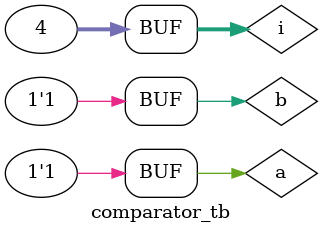
<source format=v>
module comparator(a,b,aeb,alb,agb);
input a,b;
output aeb,alb,agb;
reg aeb,alb,agb;
always @(*)
begin
if(a==b)
begin 
aeb=1'b1;
alb=1'b0;
agb=1'b0;
end
else if(a>b)
begin
aeb=1'b0;
agb=1'b1;
alb=1'b0;
end
else if(a<b)
begin
aeb=1'b0;
alb=1'b1;
agb=1'b0;
end
else
begin
alb=1'bz;
aeb=1'bz;
agb=1'bz;
end
end
endmodule

module comparator_tb;
wire aeb,alb,agb;
reg a,b;
comparator c1 (a,b,aeb,alb,agb);
integer i;
initial 
begin
for(i=0;i<4;i=i+1)
begin
#2 {a,b}=i;
end
end
endmodule
 

</source>
